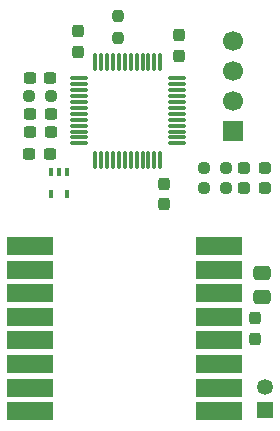
<source format=gts>
G04 #@! TF.GenerationSoftware,KiCad,Pcbnew,9.0.3-9.0.3-0~ubuntu24.04.1*
G04 #@! TF.CreationDate,2025-08-01T09:32:50+02:00*
G04 #@! TF.ProjectId,PicoBalloon,5069636f-4261-46c6-9c6f-6f6e2e6b6963,rev?*
G04 #@! TF.SameCoordinates,Original*
G04 #@! TF.FileFunction,Soldermask,Top*
G04 #@! TF.FilePolarity,Negative*
%FSLAX46Y46*%
G04 Gerber Fmt 4.6, Leading zero omitted, Abs format (unit mm)*
G04 Created by KiCad (PCBNEW 9.0.3-9.0.3-0~ubuntu24.04.1) date 2025-08-01 09:32:50*
%MOMM*%
%LPD*%
G01*
G04 APERTURE LIST*
G04 Aperture macros list*
%AMRoundRect*
0 Rectangle with rounded corners*
0 $1 Rounding radius*
0 $2 $3 $4 $5 $6 $7 $8 $9 X,Y pos of 4 corners*
0 Add a 4 corners polygon primitive as box body*
4,1,4,$2,$3,$4,$5,$6,$7,$8,$9,$2,$3,0*
0 Add four circle primitives for the rounded corners*
1,1,$1+$1,$2,$3*
1,1,$1+$1,$4,$5*
1,1,$1+$1,$6,$7*
1,1,$1+$1,$8,$9*
0 Add four rect primitives between the rounded corners*
20,1,$1+$1,$2,$3,$4,$5,0*
20,1,$1+$1,$4,$5,$6,$7,0*
20,1,$1+$1,$6,$7,$8,$9,0*
20,1,$1+$1,$8,$9,$2,$3,0*%
G04 Aperture macros list end*
%ADD10RoundRect,0.237500X-0.300000X-0.237500X0.300000X-0.237500X0.300000X0.237500X-0.300000X0.237500X0*%
%ADD11RoundRect,0.237500X0.237500X-0.300000X0.237500X0.300000X-0.237500X0.300000X-0.237500X-0.300000X0*%
%ADD12R,1.700000X1.700000*%
%ADD13C,1.700000*%
%ADD14RoundRect,0.075000X-0.662500X-0.075000X0.662500X-0.075000X0.662500X0.075000X-0.662500X0.075000X0*%
%ADD15RoundRect,0.075000X-0.075000X-0.662500X0.075000X-0.662500X0.075000X0.662500X-0.075000X0.662500X0*%
%ADD16RoundRect,0.237500X-0.287500X-0.237500X0.287500X-0.237500X0.287500X0.237500X-0.287500X0.237500X0*%
%ADD17RoundRect,0.237500X-0.237500X0.300000X-0.237500X-0.300000X0.237500X-0.300000X0.237500X0.300000X0*%
%ADD18RoundRect,0.237500X-0.250000X-0.237500X0.250000X-0.237500X0.250000X0.237500X-0.250000X0.237500X0*%
%ADD19R,1.350000X1.350000*%
%ADD20C,1.350000*%
%ADD21RoundRect,0.250000X0.475000X-0.337500X0.475000X0.337500X-0.475000X0.337500X-0.475000X-0.337500X0*%
%ADD22RoundRect,0.237500X0.250000X0.237500X-0.250000X0.237500X-0.250000X-0.237500X0.250000X-0.237500X0*%
%ADD23RoundRect,0.237500X0.237500X-0.250000X0.237500X0.250000X-0.237500X0.250000X-0.237500X-0.250000X0*%
%ADD24R,4.000000X1.600000*%
%ADD25RoundRect,0.100000X-0.100000X0.225000X-0.100000X-0.225000X0.100000X-0.225000X0.100000X0.225000X0*%
G04 APERTURE END LIST*
D10*
G04 #@! TO.C,C7*
X141988500Y-99572500D03*
X143713500Y-99572500D03*
G04 #@! TD*
D11*
G04 #@! TO.C,C3*
X161014000Y-118621000D03*
X161014000Y-116896000D03*
G04 #@! TD*
G04 #@! TO.C,C8*
X153300000Y-107262500D03*
X153300000Y-105537500D03*
G04 #@! TD*
D12*
G04 #@! TO.C,J4*
X159200000Y-101080000D03*
D13*
X159200000Y-98540000D03*
X159200000Y-96000000D03*
X159200000Y-93460000D03*
G04 #@! TD*
D14*
G04 #@! TO.C,U4*
X146087500Y-96587500D03*
X146087500Y-97087500D03*
X146087500Y-97587500D03*
X146087500Y-98087500D03*
X146087500Y-98587500D03*
X146087500Y-99087500D03*
X146087500Y-99587500D03*
X146087500Y-100087500D03*
X146087500Y-100587500D03*
X146087500Y-101087500D03*
X146087500Y-101587500D03*
X146087500Y-102087500D03*
D15*
X147500000Y-103500000D03*
X148000000Y-103500000D03*
X148500000Y-103500000D03*
X149000000Y-103500000D03*
X149500000Y-103500000D03*
X150000000Y-103500000D03*
X150500000Y-103500000D03*
X151000000Y-103500000D03*
X151500000Y-103500000D03*
X152000000Y-103500000D03*
X152500000Y-103500000D03*
X153000000Y-103500000D03*
D14*
X154412500Y-102087500D03*
X154412500Y-101587500D03*
X154412500Y-101087500D03*
X154412500Y-100587500D03*
X154412500Y-100087500D03*
X154412500Y-99587500D03*
X154412500Y-99087500D03*
X154412500Y-98587500D03*
X154412500Y-98087500D03*
X154412500Y-97587500D03*
X154412500Y-97087500D03*
X154412500Y-96587500D03*
D15*
X153000000Y-95175000D03*
X152500000Y-95175000D03*
X152000000Y-95175000D03*
X151500000Y-95175000D03*
X151000000Y-95175000D03*
X150500000Y-95175000D03*
X150000000Y-95175000D03*
X149500000Y-95175000D03*
X149000000Y-95175000D03*
X148500000Y-95175000D03*
X148000000Y-95175000D03*
X147500000Y-95175000D03*
G04 #@! TD*
D16*
G04 #@! TO.C,D1*
X160118950Y-105851736D03*
X161868950Y-105851736D03*
G04 #@! TD*
D10*
G04 #@! TO.C,C12*
X141962000Y-96524500D03*
X143687000Y-96524500D03*
G04 #@! TD*
G04 #@! TO.C,C6*
X141902379Y-103031655D03*
X143627379Y-103031655D03*
G04 #@! TD*
D17*
G04 #@! TO.C,C9*
X145999500Y-92614000D03*
X145999500Y-94339000D03*
G04 #@! TD*
D18*
G04 #@! TO.C,R6*
X141912000Y-98048500D03*
X143737000Y-98048500D03*
G04 #@! TD*
D16*
G04 #@! TO.C,D2*
X160132950Y-104200736D03*
X161882950Y-104200736D03*
G04 #@! TD*
D17*
G04 #@! TO.C,C11*
X154600000Y-92937500D03*
X154600000Y-94662500D03*
G04 #@! TD*
D19*
G04 #@! TO.C,J3*
X161900000Y-124700000D03*
D20*
X161900000Y-122700000D03*
G04 #@! TD*
D21*
G04 #@! TO.C,C4*
X161600000Y-115137500D03*
X161600000Y-113062500D03*
G04 #@! TD*
D22*
G04 #@! TO.C,R4*
X158563450Y-104200736D03*
X156738450Y-104200736D03*
G04 #@! TD*
D23*
G04 #@! TO.C,R5*
X149428500Y-93142500D03*
X149428500Y-91317500D03*
G04 #@! TD*
D22*
G04 #@! TO.C,R3*
X158563450Y-105851736D03*
X156738450Y-105851736D03*
G04 #@! TD*
D10*
G04 #@! TO.C,C10*
X141988500Y-101096500D03*
X143713500Y-101096500D03*
G04 #@! TD*
D24*
G04 #@! TO.C,MOD1*
X142000000Y-110774000D03*
X142000000Y-112774000D03*
X142000000Y-114774000D03*
X142000000Y-116774000D03*
X142000000Y-118774000D03*
X142000000Y-120774000D03*
X142000000Y-122774000D03*
X142000000Y-124774000D03*
X158000000Y-124774000D03*
X158000000Y-122774000D03*
X158000000Y-120774000D03*
X158000000Y-118774000D03*
X158000000Y-116774000D03*
X158000000Y-114774000D03*
X158000000Y-112774000D03*
X158000000Y-110774000D03*
G04 #@! TD*
D25*
G04 #@! TO.C,U3*
X145065879Y-104494655D03*
X144415879Y-104494655D03*
X143765879Y-104494655D03*
X143765879Y-106394655D03*
X145065879Y-106394655D03*
G04 #@! TD*
M02*

</source>
